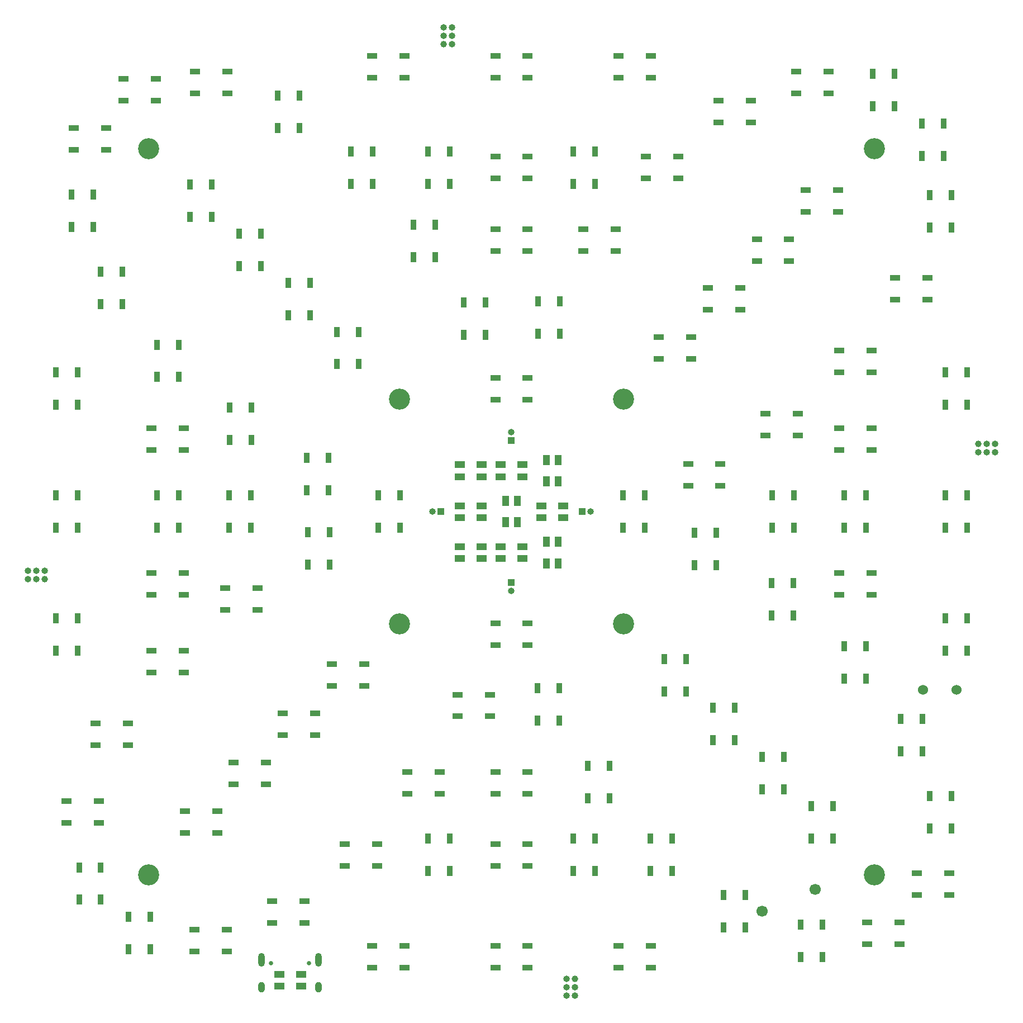
<source format=gbr>
%TF.GenerationSoftware,KiCad,Pcbnew,(6.0.8)*%
%TF.CreationDate,2022-11-08T14:11:50+01:00*%
%TF.ProjectId,BoardGame,426f6172-6447-4616-9d65-2e6b69636164,rev?*%
%TF.SameCoordinates,Original*%
%TF.FileFunction,Soldermask,Top*%
%TF.FilePolarity,Negative*%
%FSLAX46Y46*%
G04 Gerber Fmt 4.6, Leading zero omitted, Abs format (unit mm)*
G04 Created by KiCad (PCBNEW (6.0.8)) date 2022-11-08 14:11:50*
%MOMM*%
%LPD*%
G01*
G04 APERTURE LIST*
%ADD10R,0.900000X1.500000*%
%ADD11R,1.500000X0.900000*%
%ADD12R,1.500000X1.100000*%
%ADD13C,3.200000*%
%ADD14C,1.000000*%
%ADD15O,1.000000X1.000000*%
%ADD16C,1.700000*%
%ADD17R,1.000000X1.000000*%
%ADD18R,1.100000X1.500000*%
%ADD19C,0.650000*%
%ADD20O,1.000000X1.600000*%
%ADD21O,1.000000X2.100000*%
%ADD22C,1.524000*%
G04 APERTURE END LIST*
D10*
%TO.C,D1002*%
X116280000Y-78870000D03*
X112980000Y-78870000D03*
X112980000Y-83770000D03*
X116280000Y-83770000D03*
%TD*%
D11*
%TO.C,D1045*%
X95980000Y-150350000D03*
X95980000Y-153650000D03*
X100880000Y-153650000D03*
X100880000Y-150350000D03*
%TD*%
D10*
%TO.C,D1086*%
X78250000Y-84550000D03*
X74950000Y-84550000D03*
X74950000Y-89450000D03*
X78250000Y-89450000D03*
%TD*%
D11*
%TO.C,D1056*%
X89460000Y-96320000D03*
X89460000Y-99620000D03*
X94360000Y-99620000D03*
X94360000Y-96320000D03*
%TD*%
%TO.C,D1016*%
X159760000Y-47560000D03*
X159760000Y-44260000D03*
X154860000Y-44260000D03*
X154860000Y-47560000D03*
%TD*%
D10*
%TO.C,D1028*%
X171720000Y-95130000D03*
X175020000Y-95130000D03*
X175020000Y-90230000D03*
X171720000Y-90230000D03*
%TD*%
%TO.C,D1021*%
X206230000Y-33110000D03*
X209530000Y-33110000D03*
X209530000Y-28210000D03*
X206230000Y-28210000D03*
%TD*%
D12*
%TO.C,D1102*%
X142360000Y-92300000D03*
X142360000Y-94080000D03*
X145640000Y-94080000D03*
X145640000Y-92300000D03*
%TD*%
D13*
%TO.C,H1007*%
X161000000Y-70000000D03*
%TD*%
D11*
%TO.C,D1051*%
X105490000Y-101860000D03*
X105490000Y-98560000D03*
X100590000Y-98560000D03*
X100590000Y-101860000D03*
%TD*%
%TO.C,D1089*%
X146450000Y-21250000D03*
X146450000Y-17950000D03*
X141550000Y-17950000D03*
X141550000Y-21250000D03*
%TD*%
%TO.C,D1057*%
X146450000Y-47530000D03*
X146450000Y-44230000D03*
X141550000Y-44230000D03*
X141550000Y-47530000D03*
%TD*%
D12*
%TO.C,D1106*%
X108817500Y-157110000D03*
X108817500Y-158890000D03*
X112097500Y-158890000D03*
X112097500Y-157110000D03*
%TD*%
D10*
%TO.C,D1020*%
X198750000Y-25590000D03*
X202050000Y-25590000D03*
X202050000Y-20690000D03*
X198750000Y-20690000D03*
%TD*%
D14*
%TO.C,J401*%
X73220000Y-97235000D03*
D15*
X73220000Y-95965000D03*
X71950000Y-97235000D03*
X71950000Y-95965000D03*
X70680000Y-97235000D03*
X70680000Y-95965000D03*
%TD*%
D10*
%TO.C,D1038*%
X158860000Y-125510000D03*
X155560000Y-125510000D03*
X155560000Y-130410000D03*
X158860000Y-130410000D03*
%TD*%
%TO.C,D1080*%
X189410000Y-136510000D03*
X192710000Y-136510000D03*
X192710000Y-131610000D03*
X189410000Y-131610000D03*
%TD*%
D12*
%TO.C,D1100*%
X148550000Y-86110000D03*
X148550000Y-87890000D03*
X151830000Y-87890000D03*
X151830000Y-86110000D03*
%TD*%
D14*
%TO.C,J403*%
X214780000Y-76765000D03*
D15*
X214780000Y-78035000D03*
X216050000Y-76765000D03*
X216050000Y-78035000D03*
X217320000Y-76765000D03*
X217320000Y-78035000D03*
%TD*%
D13*
%TO.C,H1002*%
X89000000Y-32000000D03*
%TD*%
D11*
%TO.C,D1081*%
X116780000Y-110120000D03*
X116780000Y-113420000D03*
X121680000Y-113420000D03*
X121680000Y-110120000D03*
%TD*%
D10*
%TO.C,D1066*%
X131350000Y-141450000D03*
X134650000Y-141450000D03*
X134650000Y-136550000D03*
X131350000Y-136550000D03*
%TD*%
D11*
%TO.C,D1040*%
X141550000Y-103930000D03*
X141550000Y-107230000D03*
X146450000Y-107230000D03*
X146450000Y-103930000D03*
%TD*%
D10*
%TO.C,D1085*%
X78250000Y-103200000D03*
X74950000Y-103200000D03*
X74950000Y-108100000D03*
X78250000Y-108100000D03*
%TD*%
D11*
%TO.C,D1043*%
X118720000Y-137350000D03*
X118720000Y-140650000D03*
X123620000Y-140650000D03*
X123620000Y-137350000D03*
%TD*%
D10*
%TO.C,D1037*%
X168380000Y-136550000D03*
X165080000Y-136550000D03*
X165080000Y-141450000D03*
X168380000Y-141450000D03*
%TD*%
D11*
%TO.C,D1017*%
X169280000Y-36560000D03*
X169280000Y-33260000D03*
X164380000Y-33260000D03*
X164380000Y-36560000D03*
%TD*%
%TO.C,D1067*%
X146450000Y-140650000D03*
X146450000Y-137350000D03*
X141550000Y-137350000D03*
X141550000Y-140650000D03*
%TD*%
D13*
%TO.C,H1008*%
X127000000Y-70000000D03*
%TD*%
D10*
%TO.C,D1072*%
X98590000Y-37490000D03*
X95290000Y-37490000D03*
X95290000Y-42390000D03*
X98590000Y-42390000D03*
%TD*%
D11*
%TO.C,D1041*%
X135870000Y-114720000D03*
X135870000Y-118020000D03*
X140770000Y-118020000D03*
X140770000Y-114720000D03*
%TD*%
%TO.C,D1074*%
X178650000Y-56450000D03*
X178650000Y-53150000D03*
X173750000Y-53150000D03*
X173750000Y-56450000D03*
%TD*%
D16*
%TO.C,J302*%
X182000000Y-147500000D03*
%TD*%
D11*
%TO.C,D1009*%
X100950000Y-23650000D03*
X100950000Y-20350000D03*
X96050000Y-20350000D03*
X96050000Y-23650000D03*
%TD*%
%TO.C,D1033*%
X205410000Y-141750000D03*
X205410000Y-145050000D03*
X210310000Y-145050000D03*
X210310000Y-141750000D03*
%TD*%
D10*
%TO.C,D1046*%
X89250000Y-148410000D03*
X85950000Y-148410000D03*
X85950000Y-153310000D03*
X89250000Y-153310000D03*
%TD*%
%TO.C,D1052*%
X116440000Y-90130000D03*
X113140000Y-90130000D03*
X113140000Y-95030000D03*
X116440000Y-95030000D03*
%TD*%
%TO.C,D1061*%
X183470000Y-89450000D03*
X186770000Y-89450000D03*
X186770000Y-84550000D03*
X183470000Y-84550000D03*
%TD*%
D11*
%TO.C,D1062*%
X198540000Y-99620000D03*
X198540000Y-96320000D03*
X193640000Y-96320000D03*
X193640000Y-99620000D03*
%TD*%
D10*
%TO.C,D1070*%
X113450000Y-52350000D03*
X110150000Y-52350000D03*
X110150000Y-57250000D03*
X113450000Y-57250000D03*
%TD*%
D17*
%TO.C,J406*%
X154750000Y-87000000D03*
D15*
X156020000Y-87000000D03*
%TD*%
D11*
%TO.C,D1073*%
X171220000Y-63880000D03*
X171220000Y-60580000D03*
X166320000Y-60580000D03*
X166320000Y-63880000D03*
%TD*%
D16*
%TO.C,J301*%
X190000000Y-144250000D03*
%TD*%
D10*
%TO.C,D1068*%
X153320000Y-141450000D03*
X156620000Y-141450000D03*
X156620000Y-136550000D03*
X153320000Y-136550000D03*
%TD*%
D11*
%TO.C,D1048*%
X81450000Y-134140000D03*
X81450000Y-130840000D03*
X76550000Y-130840000D03*
X76550000Y-134140000D03*
%TD*%
D10*
%TO.C,D1022*%
X207340000Y-43960000D03*
X210640000Y-43960000D03*
X210640000Y-39060000D03*
X207340000Y-39060000D03*
%TD*%
%TO.C,D1031*%
X202970000Y-123310000D03*
X206270000Y-123310000D03*
X206270000Y-118410000D03*
X202970000Y-118410000D03*
%TD*%
%TO.C,D1087*%
X78250000Y-65900000D03*
X74950000Y-65900000D03*
X74950000Y-70800000D03*
X78250000Y-70800000D03*
%TD*%
%TO.C,D1060*%
X134680000Y-32460000D03*
X131380000Y-32460000D03*
X131380000Y-37360000D03*
X134680000Y-37360000D03*
%TD*%
%TO.C,D1055*%
X90260000Y-89450000D03*
X93560000Y-89450000D03*
X93560000Y-84550000D03*
X90260000Y-84550000D03*
%TD*%
D11*
%TO.C,D1024*%
X193640000Y-62620000D03*
X193640000Y-65920000D03*
X198540000Y-65920000D03*
X198540000Y-62620000D03*
%TD*%
D10*
%TO.C,D1091*%
X209750000Y-70800000D03*
X213050000Y-70800000D03*
X213050000Y-65900000D03*
X209750000Y-65900000D03*
%TD*%
%TO.C,D1079*%
X181980000Y-129080000D03*
X185280000Y-129080000D03*
X185280000Y-124180000D03*
X181980000Y-124180000D03*
%TD*%
%TO.C,D1069*%
X120880000Y-59780000D03*
X117580000Y-59780000D03*
X117580000Y-64680000D03*
X120880000Y-64680000D03*
%TD*%
D11*
%TO.C,D1095*%
X141550000Y-152750000D03*
X141550000Y-156050000D03*
X146450000Y-156050000D03*
X146450000Y-152750000D03*
%TD*%
D10*
%TO.C,D1047*%
X81770000Y-140890000D03*
X78470000Y-140890000D03*
X78470000Y-145790000D03*
X81770000Y-145790000D03*
%TD*%
%TO.C,D1027*%
X160930000Y-89450000D03*
X164230000Y-89450000D03*
X164230000Y-84550000D03*
X160930000Y-84550000D03*
%TD*%
D12*
%TO.C,D1097*%
X139450000Y-81700000D03*
X139450000Y-79920000D03*
X136170000Y-79920000D03*
X136170000Y-81700000D03*
%TD*%
D11*
%TO.C,D1090*%
X165100000Y-21250000D03*
X165100000Y-17950000D03*
X160200000Y-17950000D03*
X160200000Y-21250000D03*
%TD*%
%TO.C,D1094*%
X160200000Y-152750000D03*
X160200000Y-156050000D03*
X165100000Y-156050000D03*
X165100000Y-152750000D03*
%TD*%
D10*
%TO.C,D1010*%
X108580000Y-28890000D03*
X111880000Y-28890000D03*
X111880000Y-23990000D03*
X108580000Y-23990000D03*
%TD*%
D12*
%TO.C,D1103*%
X136170000Y-92300000D03*
X136170000Y-94080000D03*
X139450000Y-94080000D03*
X139450000Y-92300000D03*
%TD*%
D11*
%TO.C,D1008*%
X90110000Y-24770000D03*
X90110000Y-21470000D03*
X85210000Y-21470000D03*
X85210000Y-24770000D03*
%TD*%
D10*
%TO.C,D1035*%
X191140000Y-149540000D03*
X187840000Y-149540000D03*
X187840000Y-154440000D03*
X191140000Y-154440000D03*
%TD*%
%TO.C,D1012*%
X129140000Y-48490000D03*
X132440000Y-48490000D03*
X132440000Y-43590000D03*
X129140000Y-43590000D03*
%TD*%
D18*
%TO.C,D1101*%
X149300000Y-94830000D03*
X151080000Y-94830000D03*
X151080000Y-91550000D03*
X149300000Y-91550000D03*
%TD*%
D11*
%TO.C,D1065*%
X141550000Y-126470000D03*
X141550000Y-129770000D03*
X146450000Y-129770000D03*
X146450000Y-126470000D03*
%TD*%
D18*
%TO.C,D1105*%
X143110000Y-88640000D03*
X144890000Y-88640000D03*
X144890000Y-85360000D03*
X143110000Y-85360000D03*
%TD*%
D10*
%TO.C,D1004*%
X93560000Y-61720000D03*
X90260000Y-61720000D03*
X90260000Y-66620000D03*
X93560000Y-66620000D03*
%TD*%
D12*
%TO.C,D1104*%
X139450000Y-87890000D03*
X139450000Y-86110000D03*
X136170000Y-86110000D03*
X136170000Y-87890000D03*
%TD*%
D14*
%TO.C,J404*%
X153600000Y-157730000D03*
D15*
X152330000Y-157730000D03*
X153600000Y-159000000D03*
X152330000Y-159000000D03*
X153600000Y-160270000D03*
X152330000Y-160270000D03*
%TD*%
D12*
%TO.C,D1098*%
X145640000Y-81700000D03*
X145640000Y-79920000D03*
X142360000Y-79920000D03*
X142360000Y-81700000D03*
%TD*%
D13*
%TO.C,H1005*%
X127000000Y-104000000D03*
%TD*%
D11*
%TO.C,D1049*%
X85890000Y-122420000D03*
X85890000Y-119120000D03*
X80990000Y-119120000D03*
X80990000Y-122420000D03*
%TD*%
D10*
%TO.C,D1039*%
X151230000Y-113760000D03*
X147930000Y-113760000D03*
X147930000Y-118660000D03*
X151230000Y-118660000D03*
%TD*%
D11*
%TO.C,D1018*%
X180310000Y-28030000D03*
X180310000Y-24730000D03*
X175410000Y-24730000D03*
X175410000Y-28030000D03*
%TD*%
D10*
%TO.C,D1015*%
X151330000Y-55180000D03*
X148030000Y-55180000D03*
X148030000Y-60080000D03*
X151330000Y-60080000D03*
%TD*%
D11*
%TO.C,D1034*%
X197890000Y-149230000D03*
X197890000Y-152530000D03*
X202790000Y-152530000D03*
X202790000Y-149230000D03*
%TD*%
D13*
%TO.C,H1001*%
X199000000Y-142000000D03*
%TD*%
D10*
%TO.C,D1005*%
X85030000Y-50690000D03*
X81730000Y-50690000D03*
X81730000Y-55590000D03*
X85030000Y-55590000D03*
%TD*%
%TO.C,D1093*%
X209750000Y-108100000D03*
X213050000Y-108100000D03*
X213050000Y-103200000D03*
X209750000Y-103200000D03*
%TD*%
%TO.C,D1011*%
X119620000Y-37360000D03*
X122920000Y-37360000D03*
X122920000Y-32460000D03*
X119620000Y-32460000D03*
%TD*%
D11*
%TO.C,D1096*%
X122900000Y-152750000D03*
X122900000Y-156050000D03*
X127800000Y-156050000D03*
X127800000Y-152750000D03*
%TD*%
D18*
%TO.C,D1099*%
X149300000Y-82450000D03*
X151080000Y-82450000D03*
X151080000Y-79170000D03*
X149300000Y-79170000D03*
%TD*%
D11*
%TO.C,D1088*%
X127800000Y-21250000D03*
X127800000Y-17950000D03*
X122900000Y-17950000D03*
X122900000Y-21250000D03*
%TD*%
D10*
%TO.C,D1013*%
X136770000Y-60240000D03*
X140070000Y-60240000D03*
X140070000Y-55340000D03*
X136770000Y-55340000D03*
%TD*%
D11*
%TO.C,D1083*%
X101920000Y-124980000D03*
X101920000Y-128280000D03*
X106820000Y-128280000D03*
X106820000Y-124980000D03*
%TD*%
%TO.C,D1014*%
X146450000Y-70070000D03*
X146450000Y-66770000D03*
X141550000Y-66770000D03*
X141550000Y-70070000D03*
%TD*%
D10*
%TO.C,D1063*%
X197740000Y-84550000D03*
X194440000Y-84550000D03*
X194440000Y-89450000D03*
X197740000Y-89450000D03*
%TD*%
D11*
%TO.C,D1076*%
X193510000Y-41590000D03*
X193510000Y-38290000D03*
X188610000Y-38290000D03*
X188610000Y-41590000D03*
%TD*%
D10*
%TO.C,D1003*%
X104560000Y-71240000D03*
X101260000Y-71240000D03*
X101260000Y-76140000D03*
X104560000Y-76140000D03*
%TD*%
D17*
%TO.C,J408*%
X133250000Y-87000000D03*
D15*
X131980000Y-87000000D03*
%TD*%
D10*
%TO.C,D1077*%
X167120000Y-114220000D03*
X170420000Y-114220000D03*
X170420000Y-109320000D03*
X167120000Y-109320000D03*
%TD*%
D11*
%TO.C,D1054*%
X89460000Y-74380000D03*
X89460000Y-77680000D03*
X94360000Y-77680000D03*
X94360000Y-74380000D03*
%TD*%
%TO.C,D1084*%
X94490000Y-132410000D03*
X94490000Y-135710000D03*
X99390000Y-135710000D03*
X99390000Y-132410000D03*
%TD*%
D13*
%TO.C,H1004*%
X199000000Y-32000000D03*
%TD*%
D10*
%TO.C,D1058*%
X156620000Y-32460000D03*
X153320000Y-32460000D03*
X153320000Y-37360000D03*
X156620000Y-37360000D03*
%TD*%
D11*
%TO.C,D1064*%
X198540000Y-77650000D03*
X198540000Y-74350000D03*
X193640000Y-74350000D03*
X193640000Y-77650000D03*
%TD*%
D10*
%TO.C,D1053*%
X104530000Y-84550000D03*
X101230000Y-84550000D03*
X101230000Y-89450000D03*
X104530000Y-89450000D03*
%TD*%
D11*
%TO.C,D1023*%
X202110000Y-51580000D03*
X202110000Y-54880000D03*
X207010000Y-54880000D03*
X207010000Y-51580000D03*
%TD*%
%TO.C,D1044*%
X107690000Y-145970000D03*
X107690000Y-149270000D03*
X112590000Y-149270000D03*
X112590000Y-145970000D03*
%TD*%
D10*
%TO.C,D1006*%
X80650000Y-38980000D03*
X77350000Y-38980000D03*
X77350000Y-43880000D03*
X80650000Y-43880000D03*
%TD*%
D11*
%TO.C,D1042*%
X128240000Y-126440000D03*
X128240000Y-129740000D03*
X133140000Y-129740000D03*
X133140000Y-126440000D03*
%TD*%
%TO.C,D1026*%
X170760000Y-79770000D03*
X170760000Y-83070000D03*
X175660000Y-83070000D03*
X175660000Y-79770000D03*
%TD*%
D10*
%TO.C,D1092*%
X209750000Y-89450000D03*
X213050000Y-89450000D03*
X213050000Y-84550000D03*
X209750000Y-84550000D03*
%TD*%
D11*
%TO.C,D1007*%
X82590000Y-32250000D03*
X82590000Y-28950000D03*
X77690000Y-28950000D03*
X77690000Y-32250000D03*
%TD*%
D10*
%TO.C,D1078*%
X174550000Y-121650000D03*
X177850000Y-121650000D03*
X177850000Y-116750000D03*
X174550000Y-116750000D03*
%TD*%
D13*
%TO.C,H1006*%
X161000000Y-104000000D03*
%TD*%
D11*
%TO.C,D1075*%
X186080000Y-49020000D03*
X186080000Y-45720000D03*
X181180000Y-45720000D03*
X181180000Y-49020000D03*
%TD*%
%TO.C,D1025*%
X182510000Y-72140000D03*
X182510000Y-75440000D03*
X187410000Y-75440000D03*
X187410000Y-72140000D03*
%TD*%
D10*
%TO.C,D1071*%
X106020000Y-44920000D03*
X102720000Y-44920000D03*
X102720000Y-49820000D03*
X106020000Y-49820000D03*
%TD*%
D13*
%TO.C,H1003*%
X89000000Y-142000000D03*
%TD*%
D17*
%TO.C,J405*%
X144000000Y-97750000D03*
D15*
X144000000Y-99020000D03*
%TD*%
D11*
%TO.C,D1050*%
X94360000Y-111380000D03*
X94360000Y-108080000D03*
X89460000Y-108080000D03*
X89460000Y-111380000D03*
%TD*%
%TO.C,D1082*%
X109350000Y-117550000D03*
X109350000Y-120850000D03*
X114250000Y-120850000D03*
X114250000Y-117550000D03*
%TD*%
%TO.C,D1019*%
X192020000Y-23650000D03*
X192020000Y-20350000D03*
X187120000Y-20350000D03*
X187120000Y-23650000D03*
%TD*%
%TO.C,D1059*%
X141550000Y-33260000D03*
X141550000Y-36560000D03*
X146450000Y-36560000D03*
X146450000Y-33260000D03*
%TD*%
D14*
%TO.C,J402*%
X133715000Y-16220000D03*
D15*
X134985000Y-16220000D03*
X133715000Y-14950000D03*
X134985000Y-14950000D03*
X133715000Y-13680000D03*
X134985000Y-13680000D03*
%TD*%
D10*
%TO.C,D1030*%
X194440000Y-112280000D03*
X197740000Y-112280000D03*
X197740000Y-107380000D03*
X194440000Y-107380000D03*
%TD*%
%TO.C,D1036*%
X179420000Y-145050000D03*
X176120000Y-145050000D03*
X176120000Y-149950000D03*
X179420000Y-149950000D03*
%TD*%
%TO.C,D1032*%
X207350000Y-135020000D03*
X210650000Y-135020000D03*
X210650000Y-130120000D03*
X207350000Y-130120000D03*
%TD*%
%TO.C,D1029*%
X183440000Y-102760000D03*
X186740000Y-102760000D03*
X186740000Y-97860000D03*
X183440000Y-97860000D03*
%TD*%
%TO.C,D1001*%
X127070000Y-84550000D03*
X123770000Y-84550000D03*
X123770000Y-89450000D03*
X127070000Y-89450000D03*
%TD*%
D17*
%TO.C,J407*%
X144000000Y-76250000D03*
D15*
X144000000Y-74980000D03*
%TD*%
D19*
%TO.C,J201*%
X107535378Y-155400000D03*
X113315378Y-155400000D03*
D20*
X114745378Y-159050000D03*
D21*
X114745378Y-154870000D03*
X106105378Y-154870000D03*
D20*
X106105378Y-159050000D03*
%TD*%
D22*
%TO.C,BT301*%
X206399000Y-114000000D03*
X211399000Y-114000000D03*
%TD*%
M02*

</source>
